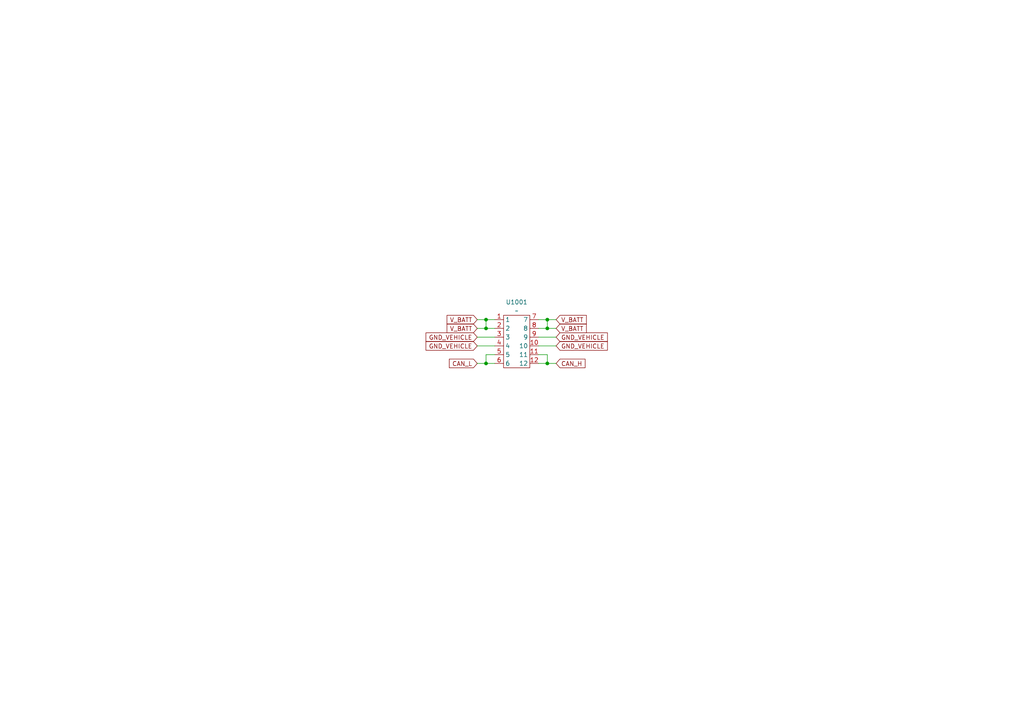
<source format=kicad_sch>
(kicad_sch (version 20250114) (generator "eeschema") (generator_version "9.0")
  (paper "A4")
  (lib_symbols
    (symbol "Code99_Conn:TE-967646-1"
      (property "Reference" "U" (at -23.114 -9.906 0))
      (symbol "TE-967646-1_0_1"
        (rectangle (start -3.81 7.62) (end 3.81 -7.62))
      )
      (symbol "TE-967646-1_1_1"
        (pin bidirectional line (at -6.35 6.35 0) (length 2.54) (name "1") (number "1"))
        (pin bidirectional line (at -6.35 3.81 0) (length 2.54) (name "2") (number "2"))
        (pin bidirectional line (at -6.35 1.27 0) (length 2.54) (name "3") (number "3"))
        (pin bidirectional line (at -6.35 -1.27 0) (length 2.54) (name "4") (number "4"))
        (pin bidirectional line (at -6.35 -3.81 0) (length 2.54) (name "5") (number "5"))
        (pin bidirectional line (at -6.35 -6.35 0) (length 2.54) (name "6") (number "6"))
        (pin bidirectional line (at 6.35 6.35 180) (length 2.54) (name "7") (number "7"))
        (pin bidirectional line (at 6.35 3.81 180) (length 2.54) (name "8") (number "8"))
        (pin bidirectional line (at 6.35 1.27 180) (length 2.54) (name "9") (number "9"))
        (pin bidirectional line (at 6.35 -1.27 180) (length 2.54) (name "10") (number "10"))
        (pin bidirectional line (at 6.35 -3.81 180) (length 2.54) (name "11") (number "11"))
        (pin bidirectional line (at 6.35 -6.35 180) (length 2.54) (name "12") (number "12"))
      )
    )
  )
  (junction (at 140.97 92.71))
  (junction (at 158.75 95.25))
  (junction (at 158.75 105.41))
  (junction (at 140.97 105.41))
  (junction (at 158.75 92.71))
  (junction (at 140.97 95.25))
  (wire (pts (xy 140.97 102.87) (xy 140.97 105.41)))
  (wire (pts (xy 140.97 105.41) (xy 143.51 105.41)))
  (wire (pts (xy 158.75 105.41) (xy 161.29 105.41)))
  (wire (pts (xy 138.43 95.25) (xy 140.97 95.25)))
  (wire (pts (xy 156.21 102.87) (xy 158.75 102.87)))
  (wire (pts (xy 138.43 100.33) (xy 143.51 100.33)))
  (wire (pts (xy 140.97 92.71) (xy 143.51 92.71)))
  (wire (pts (xy 158.75 95.25) (xy 161.29 95.25)))
  (wire (pts (xy 138.43 105.41) (xy 140.97 105.41)))
  (wire (pts (xy 156.21 92.71) (xy 158.75 92.71)))
  (wire (pts (xy 156.21 95.25) (xy 158.75 95.25)))
  (wire (pts (xy 158.75 105.41) (xy 156.21 105.41)))
  (wire (pts (xy 156.21 97.79) (xy 161.29 97.79)))
  (wire (pts (xy 140.97 102.87) (xy 143.51 102.87)))
  (wire (pts (xy 140.97 92.71) (xy 140.97 95.25)))
  (wire (pts (xy 138.43 97.79) (xy 143.51 97.79)))
  (wire (pts (xy 158.75 102.87) (xy 158.75 105.41)))
  (wire (pts (xy 138.43 92.71) (xy 140.97 92.71)))
  (wire (pts (xy 158.75 92.71) (xy 161.29 92.71)))
  (wire (pts (xy 156.21 100.33) (xy 161.29 100.33)))
  (wire (pts (xy 158.75 92.71) (xy 158.75 95.25)))
  (wire (pts (xy 140.97 95.25) (xy 143.51 95.25)))
  (global_label "GND_VEHICLE" (shape input) (at 161.29 100.33 0) (property "Intersheetrefs" "${INTERSHEET_REFS}" (effects (hide yes))))
  (global_label "GND_VEHICLE" (shape input) (at 138.43 97.79 180) (property "Intersheetrefs" "${INTERSHEET_REFS}" (effects (hide yes))))
  (global_label "CAN_H" (shape input) (at 161.29 105.41 0) (property "Intersheetrefs" "${INTERSHEET_REFS}" (effects (hide yes))))
  (global_label "V_BATT" (shape input) (at 138.43 92.71 180) (property "Intersheetrefs" "${INTERSHEET_REFS}" (effects (hide yes))))
  (global_label "V_BATT" (shape input) (at 138.43 95.25 180) (property "Intersheetrefs" "${INTERSHEET_REFS}" (effects (hide yes))))
  (global_label "GND_VEHICLE" (shape input) (at 138.43 100.33 180) (property "Intersheetrefs" "${INTERSHEET_REFS}" (effects (hide yes))))
  (global_label "V_BATT" (shape input) (at 161.29 95.25 0) (property "Intersheetrefs" "${INTERSHEET_REFS}" (effects (hide yes))))
  (global_label "CAN_L" (shape input) (at 138.43 105.41 180) (property "Intersheetrefs" "${INTERSHEET_REFS}" (effects (hide yes))))
  (global_label "GND_VEHICLE" (shape input) (at 161.29 97.79 0) (property "Intersheetrefs" "${INTERSHEET_REFS}" (effects (hide yes))))
  (global_label "V_BATT" (shape input) (at 161.29 92.71 0) (property "Intersheetrefs" "${INTERSHEET_REFS}" (effects (hide yes))))
  (symbol (lib_id "Code99_Conn:TE-967646-1") (at 149.86 99.06 0) (unit 1)
    (property "Reference" "U1001" (at 149.86 87.63 0))
    (property "Value" "~" (at 149.86 90.17 0))
    (property "Footprint" "Code99_Conn:TE-967646-1" (effects (hide yes)))
  )
)
</source>
